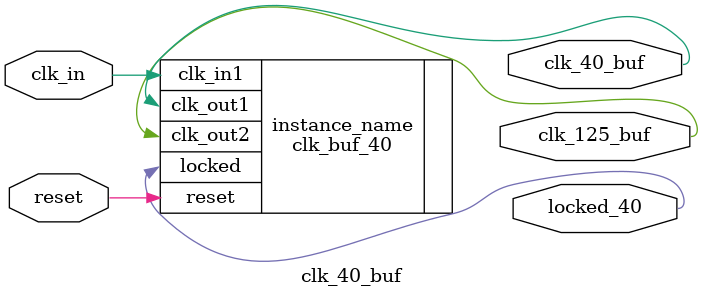
<source format=v>
`timescale 1ns / 1ps


module clk_40_buf(

    output wire clk_40_buf,
//    inout wire clk_in1_p,
//    inout wire clk_in1_n,
    inout wire reset,
    output wire locked_40,
    output wire clk_125_buf,
    input wire clk_in
    );
    
//    wire clk_40_buf_i;
//    wire clk_125_buf_i;


      clk_buf_40 instance_name
   (
    // Clock out ports
    .clk_out1(clk_40_buf),     // output clk_out1
    .clk_out2(clk_125_buf),
    // Status and control signals
    .reset(reset), // input reset
    .locked(locked_40),       // output locked
   // Clock in ports
    .clk_in1(clk_in));// input clk_in1_n
    

endmodule

</source>
